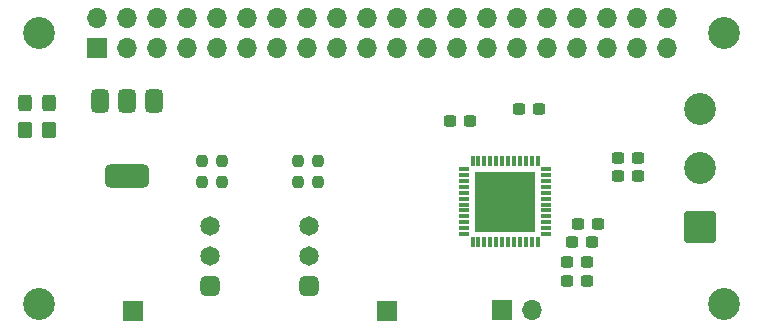
<source format=gts>
G04 #@! TF.GenerationSoftware,KiCad,Pcbnew,8.0.8*
G04 #@! TF.CreationDate,2025-02-13T13:17:33+02:00*
G04 #@! TF.ProjectId,civic_serializer,63697669-635f-4736-9572-69616c697a65,rev?*
G04 #@! TF.SameCoordinates,Original*
G04 #@! TF.FileFunction,Soldermask,Top*
G04 #@! TF.FilePolarity,Negative*
%FSLAX46Y46*%
G04 Gerber Fmt 4.6, Leading zero omitted, Abs format (unit mm)*
G04 Created by KiCad (PCBNEW 8.0.8) date 2025-02-13 13:17:33*
%MOMM*%
%LPD*%
G01*
G04 APERTURE LIST*
G04 Aperture macros list*
%AMRoundRect*
0 Rectangle with rounded corners*
0 $1 Rounding radius*
0 $2 $3 $4 $5 $6 $7 $8 $9 X,Y pos of 4 corners*
0 Add a 4 corners polygon primitive as box body*
4,1,4,$2,$3,$4,$5,$6,$7,$8,$9,$2,$3,0*
0 Add four circle primitives for the rounded corners*
1,1,$1+$1,$2,$3*
1,1,$1+$1,$4,$5*
1,1,$1+$1,$6,$7*
1,1,$1+$1,$8,$9*
0 Add four rect primitives between the rounded corners*
20,1,$1+$1,$2,$3,$4,$5,0*
20,1,$1+$1,$4,$5,$6,$7,0*
20,1,$1+$1,$6,$7,$8,$9,0*
20,1,$1+$1,$8,$9,$2,$3,0*%
G04 Aperture macros list end*
%ADD10RoundRect,0.237500X-0.300000X-0.237500X0.300000X-0.237500X0.300000X0.237500X-0.300000X0.237500X0*%
%ADD11C,2.700000*%
%ADD12RoundRect,0.237500X-0.237500X0.250000X-0.237500X-0.250000X0.237500X-0.250000X0.237500X0.250000X0*%
%ADD13RoundRect,0.412500X0.412500X-0.412500X0.412500X0.412500X-0.412500X0.412500X-0.412500X-0.412500X0*%
%ADD14C,1.650000*%
%ADD15RoundRect,0.375000X-0.375000X0.625000X-0.375000X-0.625000X0.375000X-0.625000X0.375000X0.625000X0*%
%ADD16RoundRect,0.500000X-1.400000X0.500000X-1.400000X-0.500000X1.400000X-0.500000X1.400000X0.500000X0*%
%ADD17RoundRect,0.250001X1.099999X-1.099999X1.099999X1.099999X-1.099999X1.099999X-1.099999X-1.099999X0*%
%ADD18R,0.300000X0.900000*%
%ADD19R,0.900000X0.300000*%
%ADD20C,0.500000*%
%ADD21R,5.200000X5.200000*%
%ADD22RoundRect,0.250000X-0.325000X-0.450000X0.325000X-0.450000X0.325000X0.450000X-0.325000X0.450000X0*%
%ADD23RoundRect,0.250000X-0.350000X-0.450000X0.350000X-0.450000X0.350000X0.450000X-0.350000X0.450000X0*%
%ADD24R,1.700000X1.700000*%
%ADD25RoundRect,0.237500X0.300000X0.237500X-0.300000X0.237500X-0.300000X-0.237500X0.300000X-0.237500X0*%
%ADD26RoundRect,0.237500X0.237500X-0.250000X0.237500X0.250000X-0.237500X0.250000X-0.237500X-0.250000X0*%
%ADD27O,1.700000X1.700000*%
G04 APERTURE END LIST*
D10*
X149073900Y-89687600D03*
X150798900Y-89687600D03*
D11*
X161500000Y-73500000D03*
D12*
X117272000Y-84355500D03*
X117272000Y-86180500D03*
D10*
X152477500Y-85649000D03*
X154202500Y-85649000D03*
D13*
X126289000Y-94920000D03*
D14*
X126289000Y-92380000D03*
X126289000Y-89840000D03*
D15*
X113222000Y-79324000D03*
X110922000Y-79324000D03*
D16*
X110922000Y-85624000D03*
D15*
X108622000Y-79324000D03*
D10*
X148565900Y-91262400D03*
X150290900Y-91262400D03*
D12*
X127051000Y-84355500D03*
X127051000Y-86180500D03*
D10*
X148159500Y-94539000D03*
X149884500Y-94539000D03*
D17*
X159436000Y-89934000D03*
D11*
X159436000Y-84934000D03*
X159436000Y-79934000D03*
X103500000Y-96500000D03*
D18*
X140176000Y-91258000D03*
X140676000Y-91258000D03*
X141176000Y-91258000D03*
X141676000Y-91258000D03*
X142176000Y-91258000D03*
X142676000Y-91258000D03*
X143176000Y-91258000D03*
X143676000Y-91258000D03*
X144176000Y-91258000D03*
X144676000Y-91258000D03*
X145176000Y-91258000D03*
X145676000Y-91258000D03*
D19*
X146376000Y-90558000D03*
X146376000Y-90058000D03*
X146376000Y-89558000D03*
X146376000Y-89058000D03*
X146376000Y-88558000D03*
X146376000Y-88058000D03*
X146376000Y-87558000D03*
X146376000Y-87058000D03*
X146376000Y-86558000D03*
X146376000Y-86058000D03*
X146376000Y-85558000D03*
X146376000Y-85058000D03*
D18*
X145676000Y-84358000D03*
X145176000Y-84358000D03*
X144676000Y-84358000D03*
X144176000Y-84358000D03*
X143676000Y-84358000D03*
X143176000Y-84358000D03*
X142676000Y-84358000D03*
X142176000Y-84358000D03*
X141676000Y-84358000D03*
X141176000Y-84358000D03*
X140676000Y-84358000D03*
X140176000Y-84358000D03*
D19*
X139476000Y-85058000D03*
X139476000Y-85558000D03*
X139476000Y-86058000D03*
X139476000Y-86558000D03*
X139476000Y-87058000D03*
X139476000Y-87558000D03*
X139476000Y-88058000D03*
X139476000Y-88558000D03*
X139476000Y-89058000D03*
X139476000Y-89558000D03*
X139476000Y-90058000D03*
X139476000Y-90558000D03*
D20*
X140926000Y-88808000D03*
X142926000Y-88808000D03*
X144926000Y-88808000D03*
X141926000Y-87808000D03*
D21*
X142926000Y-87808000D03*
D20*
X143926000Y-87808000D03*
X140916000Y-86808000D03*
X144926000Y-86808000D03*
X142926000Y-86798000D03*
D11*
X103500000Y-73500000D03*
D13*
X117907000Y-94920000D03*
D14*
X117907000Y-92380000D03*
X117907000Y-89840000D03*
D22*
X102268000Y-79426000D03*
X104318000Y-79426000D03*
D23*
X102302000Y-81712000D03*
X104302000Y-81712000D03*
D24*
X132893000Y-97079000D03*
D25*
X145820500Y-79934000D03*
X144095500Y-79934000D03*
D26*
X118923000Y-86180500D03*
X118923000Y-84355500D03*
D10*
X148159500Y-92888000D03*
X149884500Y-92888000D03*
X138227000Y-80950000D03*
X139952000Y-80950000D03*
D11*
X161500000Y-96500000D03*
D26*
X125400000Y-86180500D03*
X125400000Y-84355500D03*
D10*
X152477500Y-84125000D03*
X154202500Y-84125000D03*
D24*
X142672000Y-96952000D03*
D27*
X145212000Y-96952000D03*
D24*
X111430000Y-97079000D03*
X108370000Y-74770000D03*
D27*
X108370000Y-72230000D03*
X110910000Y-74770000D03*
X110910000Y-72230000D03*
X113450000Y-74770000D03*
X113450000Y-72230000D03*
X115990000Y-74770000D03*
X115990000Y-72230000D03*
X118530000Y-74770000D03*
X118530000Y-72230000D03*
X121070000Y-74770000D03*
X121070000Y-72230000D03*
X123610000Y-74770000D03*
X123610000Y-72230000D03*
X126150000Y-74770000D03*
X126150000Y-72230000D03*
X128690000Y-74770000D03*
X128690000Y-72230000D03*
X131230000Y-74770000D03*
X131230000Y-72230000D03*
X133770000Y-74770000D03*
X133770000Y-72230000D03*
X136310000Y-74770000D03*
X136310000Y-72230000D03*
X138850000Y-74770000D03*
X138850000Y-72230000D03*
X141390000Y-74770000D03*
X141390000Y-72230000D03*
X143930000Y-74770000D03*
X143930000Y-72230000D03*
X146470000Y-74770000D03*
X146470000Y-72230000D03*
X149010000Y-74770000D03*
X149010000Y-72230000D03*
X151550000Y-74770000D03*
X151550000Y-72230000D03*
X154090000Y-74770000D03*
X154090000Y-72230000D03*
X156630000Y-74770000D03*
X156630000Y-72230000D03*
M02*

</source>
